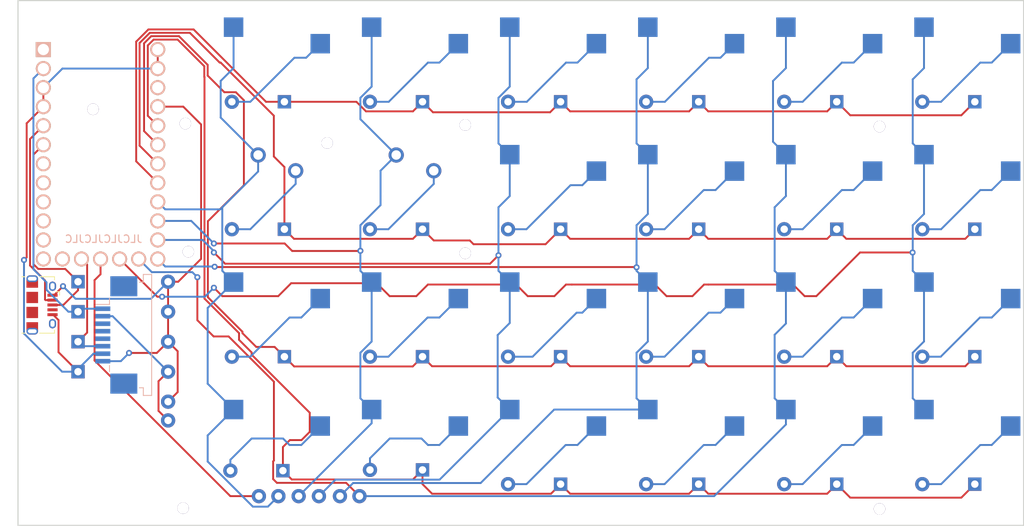
<source format=kicad_pcb>
(kicad_pcb (version 20211014) (generator pcbnew)
  (title_block (title "keyboard") (rev "v1.0.0") (company "Unknown"))
  (layers (0 "F.Cu" signal) (31 "B.Cu" signal) (34 "B.Paste" user) (35 "F.Paste" user) (36 "B.SilkS" user "B.Silkscreen") (37 "F.SilkS" user "F.Silkscreen") (38 "B.Mask" user) (39 "F.Mask" user) (44 "Edge.Cuts" user))
  (net 0 "")
  (net 1 "inner_top")
  (net 2 "B1")
  (net 3 "index_top")
  (net 4 "B3")
  (net 5 "inner_bottom")
  (net 6 "inner_home")
  (net 7 "inner_nums")
  (net 8 "index_bottom")
  (net 9 "index_home")
  (net 10 "index_nums")
  (net 11 "middle_bottom")
  (net 12 "B2")
  (net 13 "middle_home")
  (net 14 "middle_top")
  (net 15 "middle_nums")
  (net 16 "ring_bottom")
  (net 17 "B6")
  (net 18 "ring_home")
  (net 19 "ring_top")
  (net 20 "ring_nums")
  (net 21 "pinky_bottom")
  (net 22 "F0")
  (net 23 "pinky_home")
  (net 24 "pinky_top")
  (net 25 "pinky_nums")
  (net 26 "outer_bottom")
  (net 27 "F1")
  (net 28 "outer_home")
  (net 29 "outer_top")
  (net 30 "outer_nums")
  (net 31 "F4")
  (net 32 "F5")
  (net 33 "F6")
  (net 34 "F7")
  (net 35 "GND")
  (net 36 "RST")
  (net 37 "VCC")
  (net 38 "D3")
  (net 39 "D2")
  (net 40 "D1")
  (net 41 "D0")
  (net 42 "D4")
  (net 43 "C6")
  (net 44 "D7")
  (net 45 "E6")
  (net 46 "B4")
  (net 47 "B5")
  (net 48 "B7")
  (net 49 "D5")
  (net 50 "C7")
  (net 51 "trackpoint_reset")
  (footprint "VIA-0.6mm" (layer "F.Cu") (at 140.3 105.9)
    (fp_text reference "")
    (fp_text value "")
  )
  (footprint "ComboDiode" (layer "F.Cu") (at 150 103 180)
    (fp_text reference "D4" hide)
    (fp_text value "" hide)
  )
  (footprint "ComboDiode" (layer "F.Cu") (at 223.6 120 180)
    (fp_text reference "D19" hide)
    (fp_text value "" hide)
  )
  (footprint "PG1350" (layer "F.Cu") (at 223.6 99)
    (fp_text reference "S20" hide)
    (fp_text value "" hide)
  )
  (footprint "PG1350" (layer "F.Cu") (at 205.2 133)
    (fp_text reference "S14" hide)
    (fp_text value "" hide)
  )
  (footprint "PG1350" (layer "F.Cu") (at 168.4 116)
    (fp_text reference "S2" hide)
    (fp_text value "" hide)
  )
  (footprint "ComboDiode" (layer "F.Cu") (at 186.8 120 180)
    (fp_text reference "D11" hide)
    (fp_text value "" hide)
  )
  (footprint "ComboDiode" (layer "F.Cu") (at 132 127)
    (fp_text reference "D25" hide)
    (fp_text value "" hide)
  )
  (footprint "" (layer "F.Cu") (at 155.4 155.6)
    (fp_text reference "")
    (fp_text value "")
  )
  (footprint "ComboDiode" (layer "F.Cu") (at 132 135)
    (fp_text reference "D27" hide)
    (fp_text value "" hide)
  )
  (footprint "ComboDiode" (layer "F.Cu") (at 186.8 154 180)
    (fp_text reference "D9" hide)
    (fp_text value "" hide)
  )
  (footprint "PG1350" (layer "F.Cu") (at 205.2 150)
    (fp_text reference "S13" hide)
    (fp_text value "" hide)
  )
  (footprint "PG1350" (layer "F.Cu") (at 223.6 116)
    (fp_text reference "S19" hide)
    (fp_text value "" hide)
  )
  (footprint "ComboDiode" (layer "F.Cu") (at 242 120 180)
    (fp_text reference "D23" hide)
    (fp_text value "" hide)
  )
  (footprint "VIA-0.6mm" (layer "F.Cu") (at 177.6 106.1)
    (fp_text reference "")
    (fp_text value "")
  )
  (footprint "VIA-0.6mm" (layer "F.Cu") (at 140 157.2)
    (fp_text reference "")
    (fp_text value "")
  )
  (footprint "PG1350" (layer "F.Cu") (at 205.2 116)
    (fp_text reference "S15" hide)
    (fp_text value "" hide)
  )
  (footprint "ComboDiode" (layer "F.Cu") (at 205.2 154 180)
    (fp_text reference "D13" hide)
    (fp_text value "" hide)
  )
  (footprint "VIA-0.6mm" (layer "F.Cu") (at 232.8 106.3)
    (fp_text reference "")
    (fp_text value "")
  )
  (footprint "PG1350" (layer "F.Cu") (at 150 99)
    (fp_text reference "S5" hide)
    (fp_text value "" hide)
  )
  (footprint "Connector_USB:USB_Micro-B_Amphenol_10118194_Horizontal" (layer "F.Cu") (at 121.2 130.1 -90)
    (fp_text reference "")
    (fp_text value "USB_Micro-B_Amphenol_10118194_Horizontal")
  )
  (footprint "PG1350" (layer "F.Cu") (at 223.6 150)
    (fp_text reference "S17" hide)
    (fp_text value "" hide)
  )
  (footprint "PG1350" (layer "F.Cu") (at 223.6 133)
    (fp_text reference "S18" hide)
    (fp_text value "" hide)
  )
  (footprint "PG1350" (layer "F.Cu") (at 242 133)
    (fp_text reference "S22" hide)
    (fp_text value "" hide)
  )
  (footprint "ComboDiode" (layer "F.Cu") (at 223.6 137 180)
    (fp_text reference "D18" hide)
    (fp_text value "" hide)
  )
  (footprint "ComboDiode" (layer "F.Cu") (at 168.4 120 180)
    (fp_text reference "D7" hide)
    (fp_text value "" hide)
  )
  (footprint "ComboDiode" (layer "F.Cu") (at 168.4 103 180)
    (fp_text reference "D8" hide)
    (fp_text value "" hide)
  )
  (footprint "PG1350" (layer "F.Cu") (at 150 133)
    (fp_text reference "S4" hide)
    (fp_text value "" hide)
  )
  (footprint "VIA-0.6mm" (layer "F.Cu") (at 138 143)
    (fp_text reference "REF**" hide)
    (fp_text value "VIA-0.6mm" hide)
  )
  (footprint "PG1350" (layer "F.Cu") (at 186.8 99)
    (fp_text reference "S12" hide)
    (fp_text value "" hide)
  )
  (footprint "ComboDiode" (layer "F.Cu") (at 150 137 180)
    (fp_text reference "D2" hide)
    (fp_text value "" hide)
  )
  (footprint "ComboDiode" (layer "F.Cu") (at 132 131)
    (fp_text reference "D26" hide)
    (fp_text value "" hide)
  )
  (footprint "Elite-C-castellated-29pin-holes" (layer "F.Cu") (at 129 110 -90)
    (fp_text reference "")
    (fp_text value "")
  )
  (footprint "PG1350" (layer "F.Cu") (at 205.2 99)
    (fp_text reference "S16" hide)
    (fp_text value "" hide)
  )
  (footprint "" (layer "F.Cu") (at 152.7 155.6)
    (fp_text reference "")
    (fp_text value "")
  )
  (footprint "VIA-0.6mm" (layer "F.Cu") (at 140.7 123)
    (fp_text reference "")
    (fp_text value "")
  )
  (footprint "ComboDiode" (layer "F.Cu") (at 168.4 137 180)
    (fp_text reference "D6" hide)
    (fp_text value "" hide)
  )
  (footprint "" (layer "F.Cu") (at 158.1 155.6)
    (fp_text reference "")
    (fp_text value "")
  )
  (footprint "ComboDiode" (layer "F.Cu") (at 168.4 152.1 180)
    (fp_text reference "D5" hide)
    (fp_text value "" hide)
  )
  (footprint "PG1350" (layer "F.Cu") (at 186.8 133)
    (fp_text reference "S10" hide)
    (fp_text value "" hide)
  )
  (footprint "ComboDiode" (layer "F.Cu") (at 149.8 152.2 180)
    (fp_text reference "D1" hide)
    (fp_text value "" hide)
  )
  (footprint "PG1350" (layer "F.Cu") (at 186.8 116)
    (fp_text reference "S11" hide)
    (fp_text value "" hide)
  )
  (footprint "ComboDiode" (layer "F.Cu") (at 242 154 180)
    (fp_text reference "D21" hide)
    (fp_text value "" hide)
  )
  (footprint "PG1350" (layer "F.Cu") (at 168.4 133)
    (fp_text reference "S7" hide)
    (fp_text value "" hide)
  )
  (footprint "PG1350" (layer "F.Cu") (at 242 99)
    (fp_text reference "S24" hide)
    (fp_text value "" hide)
  )
  (footprint "VIA-0.6mm" (layer "F.Cu") (at 232.8 157.3)
    (fp_text reference "")
    (fp_text value "")
  )
  (footprint "ComboDiode" (layer "F.Cu") (at 186.8 137 180)
    (fp_text reference "D10" hide)
    (fp_text value "" hide)
  )
  (footprint "ComboDiode" (layer "F.Cu") (at 242 103 180)
    (fp_text reference "D24" hide)
    (fp_text value "" hide)
  )
  (footprint "VIA-0.6mm" (layer "F.Cu") (at 138 145.5)
    (fp_text reference "REF**" hide)
    (fp_text value "VIA-0.6mm" hide)
  )
  (footprint "PG1350" (layer "F.Cu") (at 242 116)
    (fp_text reference "S23" hide)
    (fp_text value "" hide)
  )
  (footprint "" (layer "F.Cu") (at 160.9 155.6)
    (fp_text reference "")
    (fp_text value "")
  )
  (footprint "" (layer "F.Cu") (at 150.1 155.6)
    (fp_text reference "")
    (fp_text value "")
  )
  (footprint "PG1350" (layer "F.Cu") (at 168.4 99)
    (fp_text reference "S8" hide)
    (fp_text value "" hide)
  )
  (footprint "PG1350" (layer "F.Cu") (at 186.8 150)
    (fp_text reference "S9" hide)
    (fp_text value "" hide)
  )
  (footprint "ComboDiode" (layer "F.Cu") (at 205.2 103 180)
    (fp_text reference "D16" hide)
    (fp_text value "" hide)
  )
  (footprint "PG1350" (layer "F.Cu") (at 150 116)
    (fp_text reference "S1" hide)
    (fp_text value "" hide)
  )
  (footprint "PG1350" (layer "F.Cu") (at 242 150)
    (fp_text reference "S21" hide)
    (fp_text value "" hide)
  )
  (footprint "VIA-0.6mm" (layer "F.Cu") (at 177.6 123.2)
    (fp_text reference "")
    (fp_text value "")
  )
  (footprint "ComboDiode" (layer "F.Cu") (at 186.8 103 180)
    (fp_text reference "D12" hide)
    (fp_text value "" hide)
  )
  (footprint "ComboDiode" (layer "F.Cu") (at 150 120 180)
    (fp_text reference "D3" hide)
    (fp_text value "" hide)
  )
  (footprint "ComboDiode" (layer "F.Cu") (at 205.2 120 180)
    (fp_text reference "D15" hide)
    (fp_text value "" hide)
  )
  (footprint "ComboDiode" (layer "F.Cu") (at 132 139)
    (fp_text reference "D28" hide)
    (fp_text value "" hide)
  )
  (footprint "ComboDiode" (layer "F.Cu") (at 205.2 137 180)
    (fp_text reference "D14" hide)
    (fp_text value "" hide)
  )
  (footprint "VIA-0.6mm" (layer "F.Cu") (at 159.2 108.5)
    (fp_text reference "")
    (fp_text value "")
  )
  (footprint "ComboDiode" (layer "F.Cu") (at 242 137 180)
    (fp_text reference "D22" hide)
    (fp_text value "" hide)
  )
  (footprint "" (layer "F.Cu") (at 163.5 155.6)
    (fp_text reference "")
    (fp_text value "")
  )
  (footprint "PG1350" (layer "F.Cu") (at 150 150)
    (fp_text reference "S3" hide)
    (fp_text value "" hide)
  )
  (footprint "ComboDiode" (layer "F.Cu") (at 223.6 154 180)
    (fp_text reference "D17" hide)
    (fp_text value "" hide)
  )
  (footprint "ComboDiode" (layer "F.Cu") (at 223.6 103 180)
    (fp_text reference "D20" hide)
    (fp_text value "" hide)
  )
  (footprint "VIA-0.6mm" (layer "F.Cu") (at 128 104)
    (fp_text reference "")
    (fp_text value "")
  )
  (footprint "PG1350" (layer "F.Cu") (at 168.4 150)
    (fp_text reference "S6" hide)
    (fp_text value "" hide)
  )
  (footprint "Connector_FFC-FPC:TE_84952-8_1x08-1MP_P1.0mm_Horizontal" (layer "B.Cu") (at 131.1 134.1 -90)
    (fp_text reference "")
    (fp_text value "TE_84952-8_1x08-1MP_P1.0mm_Horizontal")
  )
  (gr_line (start 118 89.5) (end 118 159.5) (layer "Edge.Cuts") (width 0.15))
  (gr_line (start 252 159.5) (end 252 89.5) (layer "Edge.Cuts") (width 0.15))
  (gr_line (start 118 89.5) (end 252 89.5) (layer "Edge.Cuts") (width 0.15))
  (gr_line (start 118 159.5) (end 252 159.5) (layer "Edge.Cuts") (width 0.15))
  (gr_text "JLCJLCJLCJLC" (at 129.4 121.3) (layer "B.SilkS") (effects (font (size 1 1)) (justify mirror)))
  (segment (start 148.954323 120) (end 146.5 120) (width 0.25) (layer "B.Cu") (net 1))
  (segment (start 155 112.2) (end 155 113.954323) (width 0.25) (layer "B.Cu") (net 1))
  (segment (start 155 113.954323) (end 148.954323 120) (width 0.25) (layer "B.Cu") (net 1))
  (segment (start 151.3 157) (end 149.294033 157) (width 0.25) (layer "B.Cu") (net 2))
  (segment (start 137.62 117.35) (end 144.95 117.35) (width 0.25) (layer "B.Cu") (net 2))
  (segment (start 146.725 98.508008) (end 146.725 93.05) (width 0.25) (layer "B.Cu") (net 2))
  (segment (start 146.725 144.05) (end 143.274579 140.599579) (width 0.25) (layer "B.Cu") (net 2))
  (segment (start 149.294033 157) (end 143.274579 150.980546) (width 0.25) (layer "B.Cu") (net 2))
  (segment (start 145.007587 105.107587) (end 145.007587 100.225421) (width 0.25) (layer "B.Cu") (net 2))
  (segment (start 136.62 116.35) (end 137.62 117.35) (width 0.25) (layer "B.Cu") (net 2))
  (segment (start 144.95 117.35) (end 145.222989 117.077011) (width 0.25) (layer "B.Cu") (net 2))
  (segment (start 145.222989 117.077011) (end 150 112.3) (width 0.25) (layer "B.Cu") (net 2))
  (segment (start 146.725 127.05) (end 145.222989 125.547989) (width 0.25) (layer "B.Cu") (net 2))
  (segment (start 143.274579 147.500421) (end 146.725 144.05) (width 0.25) (layer "B.Cu") (net 2))
  (segment (start 145.222989 125.547989) (end 145.222989 117.077011) (width 0.25) (layer "B.Cu") (net 2))
  (segment (start 150 110.1) (end 145.007587 105.107587) (width 0.25) (layer "B.Cu") (net 2))
  (segment (start 143.274579 140.599579) (end 143.274579 130.500421) (width 0.25) (layer "B.Cu") (net 2))
  (segment (start 143.274579 130.500421) (end 146.725 127.05) (width 0.25) (layer "B.Cu") (net 2))
  (segment (start 150 112.3) (end 150 110.1) (width 0.25) (layer "B.Cu") (net 2))
  (segment (start 145.007587 100.225421) (end 146.725 98.508008) (width 0.25) (layer "B.Cu") (net 2))
  (segment (start 152.7 155.6) (end 151.3 157) (width 0.25) (layer "B.Cu") (net 2))
  (segment (start 143.274579 150.980546) (end 143.274579 147.500421) (width 0.25) (layer "B.Cu") (net 2))
  (segment (start 173.4 113.954323) (end 167.354323 120) (width 0.25) (layer "B.Cu") (net 3))
  (segment (start 173.4 112.2) (end 173.4 113.954323) (width 0.25) (layer "B.Cu") (net 3))
  (segment (start 167.354323 120) (end 164.9 120) (width 0.25) (layer "B.Cu") (net 3))
  (segment (start 144.1 121.9) (end 153.533008 121.9) (width 0.25) (layer "F.Cu") (net 4))
  (segment (start 154.533008 122.9) (end 163.6 122.9) (width 0.25) (layer "F.Cu") (net 4))
  (segment (start 153.533008 121.9) (end 154.533008 122.9) (width 0.25) (layer "F.Cu") (net 4))
  (via (at 163.622989 122.877011) (size 0.8) (drill 0.4) (layers "F.Cu" "B.Cu") (net 4))
  (via (at 144.1 121.9) (size 0.8) (drill 0.4) (layers "F.Cu" "B.Cu") (net 4))
  (segment (start 165.125 145.875) (end 165.125 144.05) (width 0.25) (layer "B.Cu") (net 4))
  (segment (start 163.622989 136.471044) (end 163.622989 142.547989) (width 0.25) (layer "B.Cu") (net 4))
  (segment (start 163.622989 122.877011) (end 163.622989 125.547989) (width 0.25) (layer "B.Cu") (net 4))
  (segment (start 165.125 144.05) (end 164.25 144.05) (width 0.25) (layer "B.Cu") (net 4))
  (segment (start 166.310979 116.783054) (end 163.622989 119.471044) (width 0.25) (layer "B.Cu") (net 4))
  (segment (start 163.622989 105.322989) (end 168.4 110.1) (width 0.25) (layer "B.Cu") (net 4))
  (segment (start 136.62 118.89) (end 141.09 118.89) (width 0.25) (layer "B.Cu") (net 4))
  (segment (start 165.125 100.969033) (end 163.622989 102.471044) (width 0.25) (layer "B.Cu") (net 4))
  (segment (start 141.09 118.89) (end 144.1 121.9) (width 0.25) (layer "B.Cu") (net 4))
  (segment (start 165.125 134.969033) (end 163.622989 136.471044) (width 0.25) (layer "B.Cu") (net 4))
  (segment (start 166.310979 112.189021) (end 166.310979 116.783054) (width 0.25) (layer "B.Cu") (net 4))
  (segment (start 163.622989 119.471044) (end 163.622989 122.877011) (width 0.25) (layer "B.Cu") (net 4))
  (segment (start 165.125 127.05) (end 165.125 134.969033) (width 0.25) (layer "B.Cu") (net 4))
  (segment (start 163.622989 102.471044) (end 163.622989 105.322989) (width 0.25) (layer "B.Cu") (net 4))
  (segment (start 163.622989 142.547989) (end 165.125 144.05) (width 0.25) (layer "B.Cu") (net 4))
  (segment (start 163.622989 125.547989) (end 165.125 127.05) (width 0.25) (layer "B.Cu") (net 4))
  (segment (start 155.4 155.6) (end 165.125 145.875) (width 0.25) (layer "B.Cu") (net 4))
  (segment (start 165.125 93.05) (end 165.125 100.969033) (width 0.25) (layer "B.Cu") (net 4))
  (segment (start 168.4 110.1) (end 166.310979 112.189021) (width 0.25) (layer "B.Cu") (net 4))
  (segment (start 153.316144 147.910979) (end 154.179744 148.774579) (width 0.25) (layer "B.Cu") (net 5))
  (segment (start 146.3 152.2) (end 146.3 150.745677) (width 0.25) (layer "B.Cu") (net 5))
  (segment (start 158.275 146.25) (end 155.750421 148.774579) (width 0.25) (layer "B.Cu") (net 5))
  (segment (start 146.3 150.745677) (end 149.134698 147.910979) (width 0.25) (layer "B.Cu") (net 5))
  (segment (start 155.750421 148.774579) (end 154.179744 148.774579) (width 0.25) (layer "B.Cu") (net 5))
  (segment (start 149.134698 147.910979) (end 153.316144 147.910979) (width 0.25) (layer "B.Cu") (net 5))
  (segment (start 154.179744 131.774579) (end 148.954323 137) (width 0.25) (layer "B.Cu") (net 6))
  (segment (start 155.750421 131.774579) (end 154.179744 131.774579) (width 0.25) (layer "B.Cu") (net 6))
  (segment (start 148.954323 137) (end 146.5 137) (width 0.25) (layer "B.Cu") (net 6))
  (segment (start 158.275 129.25) (end 155.750421 131.774579) (width 0.25) (layer "B.Cu") (net 6))
  (segment (start 156.400479 97.124521) (end 154.829802 97.124521) (width 0.25) (layer "B.Cu") (net 7))
  (segment (start 158.275 95.25) (end 156.400479 97.124521) (width 0.25) (layer "B.Cu") (net 7))
  (segment (start 148.954323 103) (end 146.5 103) (width 0.25) (layer "B.Cu") (net 7))
  (segment (start 154.829802 97.124521) (end 148.954323 103) (width 0.25) (layer "B.Cu") (net 7))
  (segment (start 164.9 150.545677) (end 167.534698 147.910979) (width 0.25) (layer "B.Cu") (net 8))
  (segment (start 176.675 146.25) (end 174.150421 148.774579) (width 0.25) (layer "B.Cu") (net 8))
  (segment (start 167.534698 147.910979) (end 171.761821 147.910979) (width 0.25) (layer "B.Cu") (net 8))
  (segment (start 174.150421 148.774579) (end 172.625421 148.774579) (width 0.25) (layer "B.Cu") (net 8))
  (segment (start 171.761821 147.910979) (end 172.625421 148.774579) (width 0.25) (layer "B.Cu") (net 8))
  (segment (start 164.9 152.1) (end 164.9 150.545677) (width 0.25) (layer "B.Cu") (net 8))
  (segment (start 176.675 129.25) (end 174.150421 131.774579) (width 0.25) (layer "B.Cu") (net 9))
  (segment (start 174.150421 131.774579) (end 172.579744 131.774579) (width 0.25) (layer "B.Cu") (net 9))
  (segment (start 167.354323 137) (end 164.9 137) (width 0.25) (layer "B.Cu") (net 9))
  (segment (start 172.579744 131.774579) (end 167.354323 137) (width 0.25) (layer "B.Cu") (net 9))
  (segment (start 167.4 103) (end 164.9 103) (width 0.25) (layer "B.Cu") (net 10))
  (segment (start 176.675 95.25) (end 174.150421 97.774579) (width 0.25) (layer "B.Cu") (net 10))
  (segment (start 172.625421 97.774579) (end 167.4 103) (width 0.25) (layer "B.Cu") (net 10))
  (segment (start 174.150421 97.774579) (end 172.625421 97.774579) (width 0.25) (layer "B.Cu") (net 10))
  (segment (start 195.075 146.25) (end 192.550421 148.774579) (width 0.25) (layer "B.Cu") (net 11))
  (segment (start 190.979744 148.774579) (end 185.754323 154) (width 0.25) (layer "B.Cu") (net 11))
  (segment (start 192.550421 148.774579) (end 190.979744 148.774579) (width 0.25) (layer "B.Cu") (net 11))
  (segment (start 185.754323 154) (end 183.3 154) (width 0.25) (layer "B.Cu") (net 11))
  (segment (start 145.594521 124.594521) (end 180.905479 124.594521) (width 0.25) (layer "F.Cu") (net 12))
  (segment (start 180.905479 124.594521) (end 182 123.5) (width 0.25) (layer "F.Cu") (net 12))
  (segment (start 144.1 123.1) (end 145.594521 124.594521) (width 0.25) (layer "F.Cu") (net 12))
  (via (at 182.022989 123.477011) (size 0.8) (drill 0.4) (layers "F.Cu" "B.Cu") (net 12))
  (via (at 144.1 123.1) (size 0.8) (drill 0.4) (layers "F.Cu" "B.Cu") (net 12))
  (segment (start 182.022989 102.471044) (end 183.525 100.969033) (width 0.25) (layer "B.Cu") (net 12))
  (segment (start 182.022989 123.477011) (end 182.022989 117.077011) (width 0.25) (layer "B.Cu") (net 12))
  (segment (start 182.022989 117.077011) (end 183.525 115.575) (width 0.25) (layer "B.Cu") (net 12))
  (segment (start 181.916504 142.441504) (end 181.916504 134.116504) (width 0.25) (layer "B.Cu") (net 12))
  (segment (start 136.62 121.43) (end 142.605386 121.43) (width 0.25) (layer "B.Cu") (net 12))
  (segment (start 183.525 127.05) (end 182.022989 125.547989) (width 0.25) (layer "B.Cu") (net 12))
  (segment (start 182.377022 144.05) (end 183.525 144.05) (width 0.25) (layer "B.Cu") (net 12))
  (segment (start 183.525 132.508008) (end 183.525 127.05) (width 0.25) (layer "B.Cu") (net 12))
  (segment (start 160.3 153.4) (end 174.175 153.4) (width 0.25) (layer "B.Cu") (net 12))
  (segment (start 182.022989 108.547989) (end 182.022989 102.471044) (width 0.25) (layer "B.Cu") (net 12))
  (segment (start 182.022989 125.547989) (end 182.022989 123.477011) (width 0.25) (layer "B.Cu") (net 12))
  (segment (start 142.605386 121.43) (end 144.1 122.924614) (width 0.25) (layer "B.Cu") (net 12))
  (segment (start 181.916504 134.116504) (end 183.525 132.508008) (width 0.25) (layer "B.Cu") (net 12))
  (segment (start 183.525 110.05) (end 182.022989 108.547989) (width 0.25) (layer "B.Cu") (net 12))
  (segment (start 183.525 100.969033) (end 183.525 93.05) (width 0.25) (layer "B.Cu") (net 12))
  (segment (start 158.1 155.6) (end 160.3 153.4) (width 0.25) (layer "B.Cu") (net 12))
  (segment (start 183.525 144.05) (end 181.916504 142.441504) (width 0.25) (layer "B.Cu") (net 12))
  (segment (start 174.175 153.4) (end 183.525 144.05) (width 0.25) (layer "B.Cu") (net 12))
  (segment (start 183.525 115.575) (end 183.525 110.05) (width 0.25) (layer "B.Cu") (net 12))
  (segment (start 144.1 122.924614) (end 144.1 123.1) (width 0.25) (layer "B.Cu") (net 12))
  (segment (start 186.566992 137) (end 192.442471 131.124521) (width 0.25) (layer "B.Cu") (net 13))
  (segment (start 193.200479 131.124521) (end 195.075 129.25) (width 0.25) (layer "B.Cu") (net 13))
  (segment (start 192.442471 131.124521) (end 193.200479 131.124521) (width 0.25) (layer "B.Cu") (net 13))
  (segment (start 183.3 137) (end 186.566992 137) (width 0.25) (layer "B.Cu") (net 13))
  (segment (start 183.3 120) (end 185.754323 120) (width 0.25) (layer "B.Cu") (net 14))
  (segment (start 193.200479 114.124521) (end 195.075 112.25) (width 0.25) (layer "B.Cu") (net 14))
  (segment (start 191.629802 114.124521) (end 193.200479 114.124521) (width 0.25) (layer "B.Cu") (net 14))
  (segment (start 185.754323 120) (end 191.629802 114.124521) (width 0.25) (layer "B.Cu") (net 14))
  (segment (start 191.025421 97.774579) (end 185.8 103) (width 0.25) (layer "B.Cu") (net 15))
  (segment (start 185.8 103) (end 183.3 103) (width 0.25) (layer "B.Cu") (net 15))
  (segment (start 192.550421 97.774579) (end 191.025421 97.774579) (width 0.25) (layer "B.Cu") (net 15))
  (segment (start 195.075 95.25) (end 192.550421 97.774579) (width 0.25) (layer "B.Cu") (net 15))
  (segment (start 204.154323 154) (end 201.7 154) (width 0.25) (layer "B.Cu") (net 16))
  (segment (start 213.475 146.25) (end 210.950421 148.774579) (width 0.25) (layer "B.Cu") (net 16))
  (segment (start 209.379744 148.774579) (end 204.154323 154) (width 0.25) (layer "B.Cu") (net 16))
  (segment (start 210.950421 148.774579) (end 209.379744 148.774579) (width 0.25) (layer "B.Cu") (net 16))
  (segment (start 144.244041 125.044041) (end 200.344041 125.044041) (width 0.25) (layer "F.Cu") (net 17))
  (segment (start 144.2 125) (end 144.244041 125.044041) (width 0.25) (layer "F.Cu") (net 17))
  (segment (start 200.344041 125.044041) (end 200.4 125.1) (width 0.25) (layer "F.Cu") (net 17))
  (via (at 200.422989 125.077011) (size 0.8) (drill 0.4) (layers "F.Cu" "B.Cu") (net 17))
  (via (at 144.2 125) (size 0.8) (drill 0.4) (layers "F.Cu" "B.Cu") (net 17))
  (segment (start 200.422989 108.547989) (end 201.925 110.05) (width 0.25) (layer "B.Cu") (net 17))
  (segment (start 200.422989 142.547989) (end 201.925 144.05) (width 0.25) (layer "B.Cu") (net 17))
  (segment (start 137.62 124.97) (end 144.17 124.97) (width 0.25) (layer "B.Cu") (net 17))
  (segment (start 200.422989 136.471044) (end 200.422989 142.547989) (width 0.25) (layer "B.Cu") (net 17))
  (segment (start 200.422989 125.077011) (end 200.422989 125.547989) (width 0.25) (layer "B.Cu") (net 17))
  (segment (start 136.62 123.97) (end 137.62 124.97) (width 0.25) (layer "B.Cu") (net 17))
  (segment (start 201.925 127.05) (end 201.925 134.969033) (width 0.25) (layer "B.Cu") (net 17))
  (segment (start 200.422989 119.471044) (end 200.422989 125.077011) (width 0.25) (layer "B.Cu") (net 17))
  (segment (start 201.925 117.969033) (end 200.422989 119.471044) (width 0.25) (layer "B.Cu") (net 17))
  (segment (start 201.925 134.969033) (end 200.422989 136.471044) (width 0.25) (layer "B.Cu") (net 17))
  (segment (start 162.65048 153.84952) (end 179.651454 153.84952) (width 0.25) (layer "B.Cu") (net 17))
  (segment (start 179.651454 153.84952) (end 189.450974 144.05) (width 0.25) (layer "B.Cu") (net 17))
  (segment (start 160.9 155.6) (end 162.65048 153.84952) (width 0.25) (layer "B.Cu") (net 17))
  (segment (start 189.450974 144.05) (end 201.925 144.05) (width 0.25) (layer "B.Cu") (net 17))
  (segment (start 200.422989 125.547989) (end 201.925 127.05) (width 0.25) (layer "B.Cu") (net 17))
  (segment (start 201.925 98.508008) (end 200.422989 100.010019) (width 0.25) (layer "B.Cu") (net 17))
  (segment (start 144.17 124.97) (end 144.2 125) (width 0.25) (layer "B.Cu") (net 17))
  (segment (start 201.925 110.05) (end 201.925 117.969033) (width 0.25) (layer "B.Cu") (net 17))
  (segment (start 201.925 93.05) (end 201.925 98.508008) (width 0.25) (layer "B.Cu") (net 17))
  (segment (start 200.422989 100.010019) (end 200.422989 108.547989) (width 0.25) (layer "B.Cu") (net 17))
  (segment (start 211.600479 131.124521) (end 210.029802 131.124521) (width 0.25) (layer "B.Cu") (net 18))
  (segment (start 210.029802 131.124521) (end 204.154323 137) (width 0.25) (layer "B.Cu") (net 18))
  (segment (start 213.475 129.25) (end 211.600479 131.124521) (width 0.25) (layer "B.Cu") (net 18))
  (segment (start 204.154323 137) (end 201.7 137) (width 0.25) (layer "B.Cu") (net 18))
  (segment (start 210.950421 114.774579) (end 209.379744 114.774579) (width 0.25) (layer "B.Cu") (net 19))
  (segment (start 204.154323 120) (end 201.7 120) (width 0.25) (layer "B.Cu") (net 19))
  (segment (start 209.379744 114.774579) (end 204.154323 120) (width 0.25) (layer "B.Cu") (net 19))
  (segment (start 213.475 112.25) (end 210.950421 114.774579) (width 0.25) (layer "B.Cu") (net 19))
  (segment (start 211.600479 97.124521) (end 210.075479 97.124521) (width 0.25) (layer "B.Cu") (net 20))
  (segment (start 210.075479 97.124521) (end 204.2 103) (width 0.25) (layer "B.Cu") (net 20))
  (segment (start 204.2 103) (end 201.7 103) (width 0.25) (layer "B.Cu") (net 20))
  (segment (start 213.475 95.25) (end 211.600479 97.124521) (width 0.25) (layer "B.Cu") (net 20))
  (segment (start 222.554323 154) (end 220.1 154) (width 0.25) (layer "B.Cu") (net 21))
  (segment (start 231.875 146.25) (end 229.350421 148.774579) (width 0.25) (layer "B.Cu") (net 21))
  (segment (start 229.350421 148.774579) (end 227.779744 148.774579) (width 0.25) (layer "B.Cu") (net 21))
  (segment (start 227.779744 148.774579) (end 222.554323 154) (width 0.25) (layer "B.Cu") (net 21))
  (segment (start 146.064282 134.3) (end 144.066992 134.3) (width 0.25) (layer "F.Cu") (net 22))
  (segment (start 141.9 132.133008) (end 141.9 126.4) (width 0.25) (layer "F.Cu") (net 22))
  (segment (start 144.066992 134.3) (end 141.9 132.133008) (width 0.25) (layer "F.Cu") (net 22))
  (segment (start 152.1 140.335718) (end 146.064282 134.3) (width 0.25) (layer "F.Cu") (net 22))
  (segment (start 163.5 155.6) (end 161.726531 153.826531) (width 0.25) (layer "F.Cu") (net 22))
  (segment (start 152 150.954323) (end 152.1 150.854323) (width 0.25) (layer "F.Cu") (net 22))
  (segment (start 152.1 150.854323) (end 152.1 140.335718) (width 0.25) (layer "F.Cu") (net 22))
  (segment (start 161.726531 153.826531) (end 152.499509 153.826531) (width 0.25) (layer "F.Cu") (net 22))
  (segment (start 152 153.327022) (end 152 150.954323) (width 0.25) (layer "F.Cu") (net 22))
  (segment (start 152.499509 153.826531) (end 152 153.327022) (width 0.25) (layer "F.Cu") (net 22))
  (via (at 141.9 126.4) (size 0.8) (drill 0.4) (layers "F.Cu" "B.Cu") (net 22))
  (segment (start 210.766992 155.6) (end 220.325 146.041992) (width 0.25) (layer "B.Cu") (net 22))
  (segment (start 220.325 132.575) (end 220.325 127.05) (width 0.25) (layer "B.Cu") (net 22))
  (segment (start 220.325 98.508008) (end 220.325 93.05) (width 0.25) (layer "B.Cu") (net 22))
  (segment (start 220.325 127.05) (end 218.822989 125.547989) (width 0.25) (layer "B.Cu") (net 22))
  (segment (start 135.832989 125.722989) (end 134.08 123.97) (width 0.25) (layer "B.Cu") (net 22))
  (segment (start 220.325 110.05) (end 218.607587 108.332587) (width 0.25) (layer "B.Cu") (net 22))
  (segment (start 220.325 115.575) (end 220.325 110.05) (width 0.25) (layer "B.Cu") (net 22))
  (segment (start 218.822989 134.077011) (end 220.325 132.575) (width 0.25) (layer "B.Cu") (net 22))
  (segment (start 218.822989 125.547989) (end 218.822989 117.077011) (width 0.25) (layer "B.Cu") (net 22))
  (segment (start 218.822989 142.547989) (end 218.822989 134.077011) (width 0.25) (layer "B.Cu") (net 22))
  (segment (start 218.607587 100.225421) (end 220.325 98.508008) (width 0.25) (layer "B.Cu") (net 22))
  (segment (start 220.325 146.041992) (end 220.325 144.05) (width 0.25) (layer "B.Cu") (net 22))
  (segment (start 218.607587 108.332587) (end 218.607587 100.225421) (width 0.25) (layer "B.Cu") (net 22))
  (segment (start 141.222989 125.722989) (end 135.832989 125.722989) (width 0.25) (layer "B.Cu") (net 22))
  (segment (start 218.822989 117.077011) (end 220.325 115.575) (width 0.25) (layer "B.Cu") (net 22))
  (segment (start 141.9 126.4) (end 141.222989 125.722989) (width 0.25) (layer "B.Cu") (net 22))
  (segment (start 220.325 144.05) (end 218.822989 142.547989) (width 0.25) (layer "B.Cu") (net 22))
  (segment (start 163.5 155.6) (end 210.766992 155.6) (width 0.25) (layer "B.Cu") (net 22))
  (segment (start 227.779744 131.774579) (end 222.554323 137) (width 0.25) (layer "B.Cu") (net 23))
  (segment (start 222.554323 137) (end 220.1 137) (width 0.25) (layer "B.Cu") (net 23))
  (segment (start 229.350421 131.774579) (end 227.779744 131.774579) (width 0.25) (layer "B.Cu") (net 23))
  (segment (start 231.875 129.25) (end 229.350421 131.774579) (width 0.25) (layer "B.Cu") (net 23))
  (segment (start 227.779744 114.774579) (end 222.554323 120) (width 0.25) (layer "B.Cu") (net 24))
  (segment (start 231.875 112.25) (end 229.350421 114.774579) (width 0.25) (layer "B.Cu") (net 24))
  (segment (start 229.350421 114.774579) (end 227.779744 114.774579) (width 0.25) (layer "B.Cu") (net 24))
  (segment (start 222.554323 120) (end 220.1 120) (width 0.25) (layer "B.Cu") (net 24))
  (segment (start 231.875 95.25) (end 229.350421 97.774579) (width 0.25) (layer "B.Cu") (net 25))
  (segment (start 229.350421 97.774579) (end 227.779744 97.774579) (width 0.25) (layer "B.Cu") (net 25))
  (segment (start 222.554323 103) (end 220.1 103) (width 0.25) (layer "B.Cu") (net 25))
  (segment (start 227.779744 97.774579) (end 222.554323 103) (width 0.25) (layer "B.Cu") (net 25))
  (segment (start 250.275 146.25) (end 247.750421 148.774579) (width 0.25) (layer "B.Cu") (net 26))
  (segment (start 241 154) (end 238.5 154) (width 0.25) (layer "B.Cu") (net 26))
  (segment (start 247.750421 148.774579) (end 246.225421 148.774579) (width 0.25) (layer "B.Cu") (net 26))
  (segment (start 246.225421 148.774579) (end 241 154) (width 0.25) (layer "B.Cu") (net 26))
  (segment (start 207.874505 128.924521) (end 209.423547 127.375479) (width 0.25) (layer "F.Cu") (net 27))
  (segment (start 184.375479 127.375479) (end 185.924521 128.924521) (width 0.25) (layer "F.Cu") (net 27))
  (segment (start 209.423547 127.375479) (end 210 127.375479) (width 0.25) (layer "F.Cu") (net 27))
  (segment (start 145.224521 128.924521) (end 152.674505 128.924521) (width 0.25) (layer "F.Cu") (net 27))
  (segment (start 131.54 123.97) (end 136.57 129) (width 0.25) (layer "F.Cu") (net 27))
  (segment (start 189.474505 128.924521) (end 191.023547 127.375479) (width 0.25) (layer "F.Cu") (net 27))
  (segment (start 154.399026 127.2) (end 165.8 127.2) (width 0.25) (layer "F.Cu") (net 27))
  (segment (start 167.524521 128.924521) (end 171.074505 128.924521) (width 0.25) (layer "F.Cu") (net 27))
  (segment (start 224.376453 128.924521) (end 230.200974 123.1) (width 0.25) (layer "F.Cu") (net 27))
  (segment (start 202.874505 127.375479) (end 204.423547 128.924521) (width 0.25) (layer "F.Cu") (net 27))
  (segment (start 185.924521 128.924521) (end 189.474505 128.924521) (width 0.25) (layer "F.Cu") (net 27))
  (segment (start 165.8 127.2) (end 167.524521 128.924521) (width 0.25) (layer "F.Cu") (net 27))
  (segment (start 191.8 127.375479) (end 202.874505 127.375479) (width 0.25) (layer "F.Cu") (net 27))
  (segment (start 210 127.375479) (end 221.274505 127.375479) (width 0.25) (layer "F.Cu") (net 27))
  (segment (start 222.823547 128.924521) (end 224.376453 128.924521) (width 0.25) (layer "F.Cu") (net 27))
  (segment (start 171.074505 128.924521) (end 172.623547 127.375479) (width 0.25) (layer "F.Cu") (net 27))
  (segment (start 144.1 127.8) (end 145.224521 128.924521) (width 0.25) (layer "F.Cu") (net 27))
  (segment (start 230.200974 123.1) (end 237.2 123.1) (width 0.25) (layer "F.Cu") (net 27))
  (segment (start 172.623547 127.375479) (end 184.375479 127.375479) (width 0.25) (layer "F.Cu") (net 27))
  (segment (start 136.57 129) (end 137.2 129) (width 0.25) (layer "F.Cu") (net 27))
  (segment (start 221.274505 127.375479) (end 222.823547 128.924521) (width 0.25) (layer "F.Cu") (net 27))
  (segment (start 152.674505 128.924521) (end 154.399026 127.2) (width 0.25) (layer "F.Cu") (net 27))
  (segment (start 204.423547 128.924521) (end 207.874505 128.924521) (width 0.25) (layer "F.Cu") (net 27))
  (segment (start 191.023547 127.375479) (end 191.8 127.375479) (width 0.25) (layer "F.Cu") (net 27))
  (via (at 237.2 123.1) (size 0.8) (drill 0.4) (layers "F.Cu" "B.Cu") (net 27))
  (via (at 137.2 129) (size 0.8) (drill 0.4) (layers "F.Cu" "B.Cu") (net 27))
  (via (at 144.1 127.8) (size 0.8) (drill 0.4) (layers "F.Cu" "B.Cu") (net 27))
  (segment (start 238.725 98.508008) (end 237.222989 100.010019) (width 0.25) (layer "B.Cu") (net 27))
  (segment (start 237.222989 119.471044) (end 237.222989 125.547989) (width 0.25) (layer "B.Cu") (net 27))
  (segment (start 238.725 93.05) (end 238.725 98.508008) (width 0.25) (layer "B.Cu") (net 27))
  (segment (start 238.725 127.05) (end 238.725 134.969033) (width 0.25) (layer "B.Cu") (net 27))
  (segment (start 238.725 134.969033) (end 237.222989 136.471044) (width 0.25) (layer "B.Cu") (net 27))
  (segment (start 237.222989 125.547989) (end 238.725 127.05) (width 0.25) (layer "B.Cu") (net 27))
  (segment (start 137.2 129) (end 142.9 129) (width 0.25) (layer "B.Cu") (net 27))
  (segment (start 238.725 110.05) (end 238.725 117.969033) (width 0.25) (layer "B.Cu") (net 27))
  (segment (start 237.222989 136.471044) (end 237.222989 142.547989) (width 0.25) (layer "B.Cu") (net 27))
  (segment (start 237.222989 108.547989) (end 238.725 110.05) (width 0.25) (layer "B.Cu") (net 27))
  (segment (start 238.725 117.969033) (end 237.222989 119.471044) (width 0.25) (layer "B.Cu") (net 27))
  (segment (start 142.9 129) (end 144.1 127.8) (width 0.25) (layer "B.Cu") (net 27))
  (segment (start 237.222989 142.547989) (end 238.725 144.05) (width 0.25) (layer "B.Cu") (net 27))
  (segment (start 237.222989 100.010019) (end 237.222989 108.547989) (width 0.25) (layer "B.Cu") (net 27))
  (segment (start 240.954323 137) (end 238.5 137) (width 0.25) (layer "B.Cu") (net 28))
  (segment (start 250.275 129.25) (end 247.750421 131.774579) (width 0.25) (layer "B.Cu") (net 28))
  (segment (start 247.750421 131.774579) (end 246.179744 131.774579) (width 0.25) (layer "B.Cu") (net 28))
  (segment (start 246.179744 131.774579) (end 240.954323 137) (width 0.25) (layer "B.Cu") (net 28))
  (segment (start 247.750421 114.774579) (end 246.225421 114.774579) (width 0.25) (layer "B.Cu") (net 29))
  (segment (start 241 120) (end 238.5 120) (width 0.25) (layer "B.Cu") (net 29))
  (segment (start 250.275 112.25) (end 247.750421 114.774579) (width 0.25) (layer "B.Cu") (net 29))
  (segment (start 246.225421 114.774579) (end 241 120) (width 0.25) (layer "B.Cu") (net 29))
  (segment (start 247.750421 97.774579) (end 246.225421 97.774579) (width 0.25) (layer "B.Cu") (net 30))
  (segment (start 246.225421 97.774579) (end 241 103) (width 0.25) (layer "B.Cu") (net 30))
  (segment (start 250.275 95.25) (end 247.750421 97.774579) (width 0.25) (layer "B.Cu") (net 30))
  (segment (start 241 103) (end 238.5 103) (width 0.25) (layer "B.Cu") (net 30))
  (segment (start 142.84952 99.718246) (end 142.825059 99.693784) (width 0.25) (layer "F.Cu") (net 31))
  (segment (start 245.5 154) (end 243.7 155.8) (width 0.25) (layer "F.Cu") (net 31))
  (segment (start 142.84952 129.24952) (end 142.84952 99.718246) (width 0.25) (layer "F.Cu") (net 31))
  (segment (start 135.295489 104.865489) (end 136.62 106.19) (width 0.25) (layer "F.Cu") (net 31))
  (segment (start 149.134698 136.734698) (end 149.134698 136.434698) (width 0.25) (layer "F.Cu") (net 31))
  (segment (start 153.3 149.048068) (end 154.223547 148.124521) (width 0.25) (layer "F.Cu") (net 31))
  (segment (start 191.577011 155.277011) (end 190.3 154) (width 0.25) (layer "F.Cu") (net 31))
  (segment (start 142.825059 99.693784) (end 142.825059 98.260777) (width 0.25) (layer "F.Cu") (net 31))
  (segment (start 136.071368 94.705489) (end 135.295489 95.481368) (width 0.25) (layer "F.Cu") (net 31))
  (segment (start 149.134698 136.434698) (end 147.454323 134.754323) (width 0.25) (layer "F.Cu") (net 31))
  (segment (start 153.3 152.2) (end 153.3 149.048068) (width 0.25) (layer "F.Cu") (net 31))
  (segment (start 156.874521 147.026453) (end 156.874521 144.474521) (width 0.25) (layer "F.Cu") (net 31))
  (segment (start 154.223547 148.124521) (end 155.776453 148.124521) (width 0.25) (layer "F.Cu") (net 31))
  (segment (start 171.9 152.1) (end 171.9 154) (width 0.25) (layer "F.Cu") (net 31))
  (segment (start 170.622989 153.377011) (end 154.477011 153.377011) (width 0.25) (layer "F.Cu") (net 31))
  (segment (start 139.269771 94.705489) (end 136.071368 94.705489) (width 0.25) (layer "F.Cu") (net 31))
  (segment (start 142.825059 98.260777) (end 139.269771 94.705489) (width 0.25) (layer "F.Cu") (net 31))
  (segment (start 227.1 154) (end 225.822989 155.277011) (width 0.25) (layer "F.Cu") (net 31))
  (segment (start 228.9 155.8) (end 227.1 154) (width 0.25) (layer "F.Cu") (net 31))
  (segment (start 207.422989 155.277011) (end 191.577011 155.277011) (width 0.25) (layer "F.Cu") (net 31))
  (segment (start 173.177011 155.277011) (end 189.022989 155.277011) (width 0.25) (layer "F.Cu") (net 31))
  (segment (start 147.454323 133.854323) (end 142.84952 129.24952) (width 0.25) (layer "F.Cu") (net 31))
  (segment (start 171.9 152.1) (end 170.622989 153.377011) (width 0.25) (layer "F.Cu") (net 31))
  (segment (start 208.7 154) (end 207.422989 155.277011) (width 0.25) (layer "F.Cu") (net 31))
  (segment (start 135.295489 95.481368) (end 135.295489 104.865489) (width 0.25) (layer "F.Cu") (net 31))
  (segment (start 189.022989 155.277011) (end 190.3 154) (width 0.25) (layer "F.Cu") (net 31))
  (segment (start 209.977011 155.277011) (end 208.7 154) (width 0.25) (layer "F.Cu") (net 31))
  (segment (start 154.477011 153.377011) (end 153.3 152.2) (width 0.25) (layer "F.Cu") (net 31))
  (segment (start 156.874521 144.474521) (end 149.134698 136.734698) (width 0.25) (layer "F.Cu") (net 31))
  (segment (start 155.776453 148.124521) (end 156.874521 147.026453) (width 0.25) (layer "F.Cu") (net 31))
  (segment (start 171.9 154) (end 173.177011 155.277011) (width 0.25) (layer "F.Cu") (net 31))
  (segment (start 243.7 155.8) (end 228.9 155.8) (width 0.25) (layer "F.Cu") (net 31))
  (segment (start 225.822989 155.277011) (end 209.977011 155.277011) (width 0.25) (layer "F.Cu") (net 31))
  (segment (start 147.454323 134.754323) (end 147.454323 133.854323) (width 0.25) (layer "F.Cu") (net 31))
  (segment (start 244.222989 138.277011) (end 245.5 137) (width 0.25) (layer "F.Cu") (net 32))
  (segment (start 154.8 138.3) (end 170.6 138.3) (width 0.25) (layer "F.Cu") (net 32))
  (segment (start 209.977011 138.277011) (end 225.822989 138.277011) (width 0.25) (layer "F.Cu") (net 32))
  (segment (start 145.489981 101.722989) (end 143.274579 99.507587) (width 0.25) (layer "F.Cu") (net 32))
  (segment (start 189.022989 138.277011) (end 190.3 137) (width 0.25) (layer "F.Cu") (net 32))
  (segment (start 152.2 135.7) (end 149.745677 135.7) (width 0.25) (layer "F.Cu") (net 32))
  (segment (start 134.8 106.91) (end 136.62 108.73) (width 0.25) (layer "F.Cu") (net 32))
  (segment (start 228.377011 138.277011) (end 244.222989 138.277011) (width 0.25) (layer "F.Cu") (net 32))
  (segment (start 227.1 137) (end 228.377011 138.277011) (width 0.25) (layer "F.Cu") (net 32))
  (segment (start 148.1 102.794033) (end 147.028956 101.722989) (width 0.25) (layer "F.Cu") (net 32))
  (segment (start 143.29904 129.063322) (end 143.29904 118.933968) (width 0.25) (layer "F.Cu") (net 32))
  (segment (start 134.8 95.2) (end 134.8 106.91) (width 0.25) (layer "F.Cu") (net 32))
  (segment (start 170.6 138.3) (end 171.9 137) (width 0.25) (layer "F.Cu") (net 32))
  (segment (start 171.9 137) (end 173.177011 138.277011) (width 0.25) (layer "F.Cu") (net 32))
  (segment (start 147.903843 133.668125) (end 143.29904 129.063322) (width 0.25) (layer "F.Cu") (net 32))
  (segment (start 207.422989 138.277011) (end 208.7 137) (width 0.25) (layer "F.Cu") (net 32))
  (segment (start 153.5 137) (end 154.8 138.3) (width 0.25) (layer "F.Cu") (net 32))
  (segment (start 147.903843 133.858166) (end 147.903843 133.668125) (width 0.25) (layer "F.Cu") (net 32))
  (segment (start 147.028956 101.722989) (end 145.489981 101.722989) (width 0.25) (layer "F.Cu") (net 32))
  (segment (start 190.3 137) (end 191.577011 138.277011) (width 0.25) (layer "F.Cu") (net 32))
  (segment (start 225.822989 138.277011) (end 227.1 137) (width 0.25) (layer "F.Cu") (net 32))
  (segment (start 143.274579 99.507587) (end 143.274579 98.074579) (width 0.25) (layer "F.Cu") (net 32))
  (segment (start 208.7 137) (end 209.977011 138.277011) (width 0.25) (layer "F.Cu") (net 32))
  (segment (start 149.745677 135.7) (end 147.903843 133.858166) (width 0.25) (layer "F.Cu") (net 32))
  (segment (start 148.1 114.133008) (end 148.1 102.794033) (width 0.25) (layer "F.Cu") (net 32))
  (segment (start 143.29904 118.933968) (end 148.1 114.133008) (width 0.25) (layer "F.Cu") (net 32))
  (segment (start 139.45048 94.25048) (end 135.74952 94.25048) (width 0.25) (layer "F.Cu") (net 32))
  (segment (start 143.274579 98.074579) (end 139.45048 94.25048) (width 0.25) (layer "F.Cu") (net 32))
  (segment (start 173.177011 138.277011) (end 189.022989 138.277011) (width 0.25) (layer "F.Cu") (net 32))
  (segment (start 135.74952 94.25048) (end 134.8 95.2) (width 0.25) (layer "F.Cu") (net 32))
  (segment (start 153.5 137) (end 152.2 135.7) (width 0.25) (layer "F.Cu") (net 32))
  (segment (start 191.577011 138.277011) (end 207.422989 138.277011) (width 0.25) (layer "F.Cu") (net 32))
  (segment (start 135.563323 93.80096) (end 134.2 95.164283) (width 0.25) (layer "F.Cu") (net 33))
  (segment (start 170.622989 121.277011) (end 154.777011 121.277011) (width 0.25) (layer "F.Cu") (net 33))
  (segment (start 144.874579 97.774579) (end 140.90096 93.80096) (width 0.25) (layer "F.Cu") (net 33))
  (segment (start 244.222989 121.277011) (end 228.377011 121.277011) (width 0.25) (layer "F.Cu") (net 33))
  (segment (start 145.007587 97.774579) (end 144.874579 97.774579) (width 0.25) (layer "F.Cu") (net 33))
  (segment (start 208.7 120) (end 207.422989 121.277011) (width 0.25) (layer "F.Cu") (net 33))
  (segment (start 152.089021 110.293251) (end 152.089021 104.856013) (width 0.25) (layer "F.Cu") (net 33))
  (segment (start 191.577011 121.277011) (end 190.3 120) (width 0.25) (layer "F.Cu") (net 33))
  (segment (start 188.3 122) (end 178.7 122) (width 0.25) (layer "F.Cu") (net 33))
  (segment (start 225.822989 121.277011) (end 209.977011 121.277011) (width 0.25) (layer "F.Cu") (net 33))
  (segment (start 178.7 122) (end 178.2 121.5) (width 0.25) (layer "F.Cu") (net 33))
  (segment (start 209.977011 121.277011) (end 208.7 120) (width 0.25) (layer "F.Cu") (net 33))
  (segment (start 171.9 120) (end 170.622989 121.277011) (width 0.25) (layer "F.Cu") (net 33))
  (segment (start 140.90096 93.80096) (end 135.563323 93.80096) (width 0.25) (layer "F.Cu") (net 33))
  (segment (start 134.2 95.164283) (end 134.2 108.85) (width 0.25) (layer "F.Cu") (net 33))
  (segment (start 207.422989 121.277011) (end 191.577011 121.277011) (width 0.25) (layer "F.Cu") (net 33))
  (segment (start 152.089021 104.856013) (end 145.007587 97.774579) (width 0.25) (layer "F.Cu") (net 33))
  (segment (start 154.777011 121.277011) (end 153.5 120) (width 0.25) (layer "F.Cu") (net 33))
  (segment (start 190.3 120) (end 188.3 122) (width 0.25) (layer "F.Cu") (net 33))
  (segment (start 178.2 121.5) (end 173.4 121.5) (width 0.25) (layer "F.Cu") (net 33))
  (segment (start 173.4 121.5) (end 171.9 120) (width 0.25) (layer "F.Cu") (net 33))
  (segment (start 228.377011 121.277011) (end 227.1 120) (width 0.25) (layer "F.Cu") (net 33))
  (segment (start 134.2 108.85) (end 136.62 111.27) (width 0.25) (layer "F.Cu") (net 33))
  (segment (start 245.5 120) (end 244.222989 121.277011) (width 0.25) (layer "F.Cu") (net 33))
  (segment (start 153.5 111.70423) (end 152.089021 110.293251) (width 0.25) (layer "F.Cu") (net 33))
  (segment (start 227.1 120) (end 225.822989 121.277011) (width 0.25) (layer "F.Cu") (net 33))
  (segment (start 153.5 120) (end 153.5 111.70423) (width 0.25) (layer "F.Cu") (net 33))
  (segment (start 207.422989 104.277011) (end 208.7 103) (width 0.25) (layer "F.Cu") (net 34))
  (segment (start 153.5 103) (end 151.045677 103) (width 0.25) (layer "F.Cu") (net 34))
  (segment (start 190.3 103) (end 191.577011 104.277011) (width 0.25) (layer "F.Cu") (net 34))
  (segment (start 141.397117 93.35144) (end 135.377126 93.35144) (width 0.25) (layer "F.Cu") (net 34))
  (segment (start 133.75048 94.978086) (end 133.75048 110.94048) (width 0.25) (layer "F.Cu") (net 34))
  (segment (start 228.9 104.8) (end 243.7 104.8) (width 0.25) (layer "F.Cu") (net 34))
  (segment (start 163.094033 103) (end 164.371044 104.277011) (width 0.25) (layer "F.Cu") (net 34))
  (segment (start 171.9 103) (end 173.3 104.4) (width 0.25) (layer "F.Cu") (net 34))
  (segment (start 133.75048 110.94048) (end 136.62 113.81) (width 0.25) (layer "F.Cu") (net 34))
  (segment (start 227.1 103) (end 228.9 104.8) (width 0.25) (layer "F.Cu") (net 34))
  (segment (start 243.7 104.8) (end 245.5 103) (width 0.25) (layer "F.Cu") (net 34))
  (segment (start 153.5 103) (end 163.094033 103) (width 0.25) (layer "F.Cu") (net 34))
  (segment (start 151.045677 103) (end 141.397117 93.35144) (width 0.25) (layer "F.Cu") (net 34))
  (segment (start 173.3 104.4) (end 188.9 104.4) (width 0.25) (layer "F.Cu") (net 34))
  (segment (start 208.7 103) (end 209.977011 104.277011) (width 0.25) (layer "F.Cu") (net 34))
  (segment (start 209.977011 104.277011) (end 225.822989 104.277011) (width 0.25) (layer "F.Cu") (net 34))
  (segment (start 164.371044 104.277011) (end 170.622989 104.277011) (width 0.25) (layer "F.Cu") (net 34))
  (segment (start 135.377126 93.35144) (end 133.75048 94.978086) (width 0.25) (layer "F.Cu") (net 34))
  (segment (start 225.822989 104.277011) (end 227.1 103) (width 0.25) (layer "F.Cu") (net 34))
  (segment (start 191.577011 104.277011) (end 207.422989 104.277011) (width 0.25) (layer "F.Cu") (net 34))
  (segment (start 170.622989 104.277011) (end 171.9 103) (width 0.25) (layer "F.Cu") (net 34))
  (segment (start 188.9 104.4) (end 190.3 103) (width 0.25) (layer "F.Cu") (net 34))
  (segment (start 121.38 101.11) (end 121.38 103.65) (width 0.25) (layer "F.Cu") (net 35))
  (segment (start 119.156449 123.743551) (end 118.8 124.1) (width 0.25) (layer "F.Cu") (net 35))
  (segment (start 119.156449 105.873551) (end 119.156449 123.743551) (width 0.25) (layer "F.Cu") (net 35))
  (segment (start 121.38 103.65) (end 119.156449 105.873551) (width 0.25) (layer "F.Cu") (net 35))
  (segment (start 123.39952 136.39952) (end 123.39952 132.118828) (width 0.25) (layer "F.Cu") (net 35))
  (segment (start 123.39952 132.118828) (end 122.680692 131.4) (width 0.25) (layer "F.Cu") (net 35))
  (segment (start 136.62 96.03) (end 136.62 98.57) (width 0.25) (layer "F.Cu") (net 35))
  (segment (start 122.680692 131.4) (end 122.6 131.4) (width 0.25) (layer "F.Cu") (net 35))
  (segment (start 126 139) (end 123.39952 136.39952) (width 0.25) (layer "F.Cu") (net 35))
  (via (at 118.8 124.1) (size 0.8) (drill 0.4) (layers "F.Cu" "B.Cu") (net 35))
  (segment (start 123.881735 139) (end 126 139) (width 0.25) (layer "B.Cu") (net 35))
  (segment (start 136.62 98.57) (end 123.92 98.57) (width 0.25) (layer "B.Cu") (net 35))
  (segment (start 118.8 133.918265) (end 123.881735 139) (width 0.25) (layer "B.Cu") (net 35))
  (segment (start 126 138.65) (end 126 139) (width 0.25) (layer "B.Cu") (net 35))
  (segment (start 118.8 124.1) (end 118.8 133.918265) (width 0.25) (layer "B.Cu") (net 35))
  (segment (start 123.92 98.57) (end 121.38 101.11) (width 0.25) (layer "B.Cu") (net 35))
  (segment (start 129.3 136.6) (end 128.05 136.6) (width 0.25) (layer "B.Cu") (net 35))
  (segment (start 128.05 136.6) (end 126 138.65) (width 0.25) (layer "B.Cu") (net 35))
  (segment (start 139.277011 141.722989) (end 138 143) (width 0.25) (layer "F.Cu") (net 37))
  (segment (start 140.022152 103.65) (end 136.62 103.65) (width 0.25) (layer "F.Cu") (net 37))
  (segment (start 138 127) (end 138 131) (width 0.25) (layer "F.Cu") (net 37))
  (segment (start 138 135) (end 136.5 136.5) (width 0.25) (layer "F.Cu") (net 37))
  (segment (start 138 131) (end 138 135) (width 0.25) (layer "F.Cu") (net 37))
  (segment (start 138 127) (end 139.347038 127) (width 0.25) (layer "F.Cu") (net 37))
  (segment (start 122.8 128.8) (end 122.6 128.8) (width 0.25) (layer "F.Cu") (net 37))
  (segment (start 138 135) (end 139.277011 136.277011) (width 0.25) (layer "F.Cu") (net 37))
  (segment (start 142.4 123.947038) (end 142.4 106.027848) (width 0.25) (layer "F.Cu") (net 37))
  (segment (start 124 127.6) (end 122.8 128.8) (width 0.25) (layer "F.Cu") (net 37))
  (segment (start 139.347038 127) (end 142.4 123.947038) (width 0.25) (layer "F.Cu") (net 37))
  (segment (start 139.277011 136.277011) (end 139.277011 141.722989) (width 0.25) (layer "F.Cu") (net 37))
  (segment (start 142.4 106.027848) (end 140.022152 103.65) (width 0.25) (layer "F.Cu") (net 37))
  (segment (start 136.5 136.5) (end 132.8 136.5) (width 0.25) (layer "F.Cu") (net 37))
  (via (at 124 127.6) (size 0.8) (drill 0.4) (layers "F.Cu" "B.Cu") (net 37))
  (via (at 132.8 136.5) (size 0.8) (drill 0.4) (layers "F.Cu" "B.Cu") (net 37))
  (segment (start 124 127.6) (end 125.674511 129.274511) (width 0.25) (layer "B.Cu") (net 37))
  (segment (start 135.725489 129.274511) (end 138 127) (width 0.25) (layer "B.Cu") (net 37))
  (segment (start 131.7 137.6) (end 132.8 136.5) (width 0.25) (layer "B.Cu") (net 37))
  (segment (start 125.674511 129.274511) (end 135.725489 129.274511) (width 0.25) (layer "B.Cu") (net 37))
  (segment (start 129.3 137.6) (end 131.7 137.6) (width 0.25) (layer "B.Cu") (net 37))
  (segment (start 121.8 127.081735) (end 121.8 128.080692) (width 0.25) (layer "B.Cu") (net 39))
  (segment (start 129.3 130.6) (end 126.4 130.6) (width 0.25) (layer "B.Cu") (net 39))
  (segment (start 120.055489 125.337224) (end 121.8 127.081735) (width 0.25) (layer "B.Cu") (net 39))
  (segment (start 124.719308 131) (end 126 131) (width 0.25) (layer "B.Cu") (net 39))
  (segment (start 120.055489 99.894511) (end 120.055489 125.337224) (width 0.25) (layer "B.Cu") (net 39))
  (segment (start 121.38 98.57) (end 120.055489 99.894511) (width 0.25) (layer "B.Cu") (net 39))
  (segment (start 126.4 130.6) (end 126 131) (width 0.25) (layer "B.Cu") (net 39))
  (segment (start 121.8 128.080692) (end 124.719308 131) (width 0.25) (layer "B.Cu") (net 39))
  (segment (start 122.6 129.45) (end 121.675 129.45) (width 0.25) (layer "F.Cu") (net 40))
  (segment (start 121.6 129.375) (end 121.6 126.835717) (width 0.25) (layer "F.Cu") (net 40))
  (segment (start 121.6 126.835717) (end 119.605969 124.841686) (width 0.25) (layer "F.Cu") (net 40))
  (segment (start 121.675 129.45) (end 121.6 129.375) (width 0.25) (layer "F.Cu") (net 40))
  (segment (start 119.605969 124.841686) (end 119.605969 107.964031) (width 0.25) (layer "F.Cu") (net 40))
  (segment (start 119.605969 107.964031) (end 121.38 106.19) (width 0.25) (layer "F.Cu") (net 40))
  (segment (start 120.055489 110.054511) (end 121.38 108.73) (width 0.25) (layer "F.Cu") (net 41))
  (segment (start 126 128.139) (end 124.039 130.1) (width 0.25) (layer "F.Cu") (net 41))
  (segment (start 120.055489 124.655489) (end 120.055489 110.054511) (width 0.25) (layer "F.Cu") (net 41))
  (segment (start 126 127) (end 124.294511 125.294511) (width 0.25) (layer "F.Cu") (net 41))
  (segment (start 126 127) (end 126 128.139) (width 0.25) (layer "F.Cu") (net 41))
  (segment (start 124.039 130.1) (end 122.6 130.1) (width 0.25) (layer "F.Cu") (net 41))
  (segment (start 124.294511 125.294511) (end 120.694511 125.294511) (width 0.25) (layer "F.Cu") (net 41))
  (segment (start 120.694511 125.294511) (end 120.055489 124.655489) (width 0.25) (layer "F.Cu") (net 41))
  (segment (start 126 135) (end 127.213511 133.786489) (width 0.25) (layer "F.Cu") (net 49))
  (segment (start 127.213511 133.786489) (end 127.213511 124.723511) (width 0.25) (layer "F.Cu") (net 49))
  (segment (start 127.213511 124.723511) (end 126.46 123.97) (width 0.25) (layer "F.Cu") (net 49))
  (segment (start 129.3 135.6) (end 126.6 135.6) (width 0.25) (layer "B.Cu") (net 49))
  (segment (start 126.6 135.6) (end 126 135) (width 0.25) (layer "B.Cu") (net 49))
  (segment (start 129 126) (end 129 123.97) (width 0.25) (layer "F.Cu") (net 50))
  (segment (start 128.2 126.8) (end 129 126) (width 0.25) (layer "F.Cu") (net 50))
  (segment (start 128.2 126.8) (end 128.2 137.505967) (width 0.25) (layer "F.Cu") (net 50))
  (segment (start 146.294033 155.6) (end 150.1 155.6) (width 0.25) (layer "F.Cu") (net 50))
  (segment (start 128.2 137.505967) (end 146.294033 155.6) (width 0.25) (layer "F.Cu") (net 50))
  (segment (start 150.1 155.6) (end 150.2 155.5) (width 0.25) (layer "B.Cu") (net 50))
  (segment (start 136.722989 144.222989) (end 138 145.5) (width 0.25) (layer "F.Cu") (net 51))
  (segment (start 138 139) (end 136.722989 140.277011) (width 0.25) (layer "F.Cu") (net 51))
  (segment (start 136.722989 140.277011) (end 136.722989 144.222989) (width 0.25) (layer "F.Cu") (net 51))
  (segment (start 130.6 131.6) (end 138 139) (width 0.25) (layer "B.Cu") (net 51))
  (segment (start 129.3 131.6) (end 130.6 131.6) (width 0.25) (layer "B.Cu") (net 51))
)
</source>
